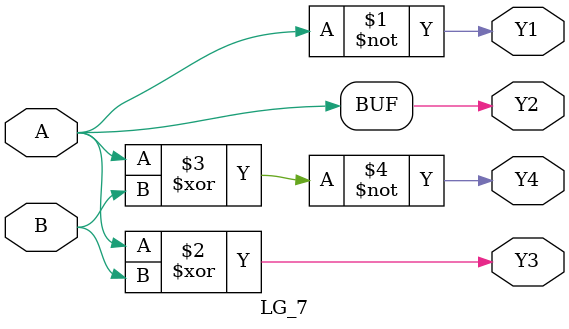
<source format=v>
module LG_7(input A,input B,output Y1,output Y2,output Y3 , output Y4);
assign Y1 = ~A; // This is representative of IC 7404 , IC 7405 , IC 7414. All these are Inverters
assign Y2 = A;// This is representative of IC 7434 , IC 7407 , IC 747014. All these are Buffers
assign Y3 = A ^ B; // This is representative of IC 7486 , IC 74136. All these are 2-Input XOR gates
assign Y4 = ~(A ^ B);// This is representative of IC 74266 , IC 747266. All these are 2-Input XNOR Gates
endmodule

</source>
